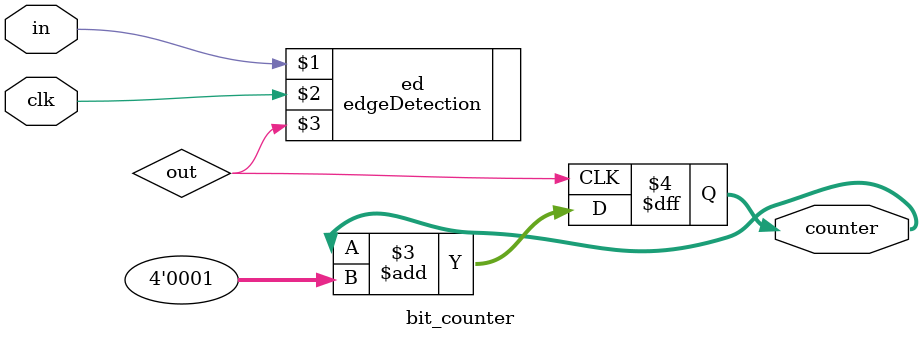
<source format=v>
`timescale 1ns / 1ps


module bit_counter(in, clk, counter);
    input in;
    input clk;
    wire out;
    output reg [3:0] counter;
    edgeDetection ed(in , clk, out);

    always @(posedge out) begin
        if (counter == 4'b1111) counter <= 4'b0000;
        counter <= counter + 4'b0001;
    end
endmodule

</source>
